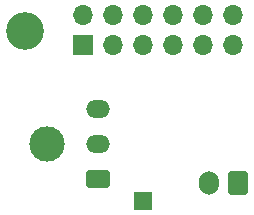
<source format=gbs>
G04 #@! TF.GenerationSoftware,KiCad,Pcbnew,7.0.10*
G04 #@! TF.CreationDate,2024-02-05T22:52:07+01:00*
G04 #@! TF.ProjectId,PowerPCB,506f7765-7250-4434-922e-6b696361645f,rev?*
G04 #@! TF.SameCoordinates,Original*
G04 #@! TF.FileFunction,Soldermask,Bot*
G04 #@! TF.FilePolarity,Negative*
%FSLAX46Y46*%
G04 Gerber Fmt 4.6, Leading zero omitted, Abs format (unit mm)*
G04 Created by KiCad (PCBNEW 7.0.10) date 2024-02-05 22:52:07*
%MOMM*%
%LPD*%
G01*
G04 APERTURE LIST*
G04 Aperture macros list*
%AMRoundRect*
0 Rectangle with rounded corners*
0 $1 Rounding radius*
0 $2 $3 $4 $5 $6 $7 $8 $9 X,Y pos of 4 corners*
0 Add a 4 corners polygon primitive as box body*
4,1,4,$2,$3,$4,$5,$6,$7,$8,$9,$2,$3,0*
0 Add four circle primitives for the rounded corners*
1,1,$1+$1,$2,$3*
1,1,$1+$1,$4,$5*
1,1,$1+$1,$6,$7*
1,1,$1+$1,$8,$9*
0 Add four rect primitives between the rounded corners*
20,1,$1+$1,$2,$3,$4,$5,0*
20,1,$1+$1,$4,$5,$6,$7,0*
20,1,$1+$1,$6,$7,$8,$9,0*
20,1,$1+$1,$8,$9,$2,$3,0*%
G04 Aperture macros list end*
%ADD10R,1.500000X1.500000*%
%ADD11C,3.200000*%
%ADD12RoundRect,0.250000X0.600000X0.750000X-0.600000X0.750000X-0.600000X-0.750000X0.600000X-0.750000X0*%
%ADD13O,1.700000X2.000000*%
%ADD14C,3.000000*%
%ADD15RoundRect,0.250001X0.759999X-0.499999X0.759999X0.499999X-0.759999X0.499999X-0.759999X-0.499999X0*%
%ADD16O,2.020000X1.500000*%
%ADD17R,1.700000X1.700000*%
%ADD18O,1.700000X1.700000*%
G04 APERTURE END LIST*
D10*
X113462000Y-61900000D03*
D11*
X103500000Y-47500000D03*
D12*
X121570000Y-60393000D03*
D13*
X119070000Y-60393000D03*
D14*
X105334000Y-57074000D03*
D15*
X109654000Y-60074000D03*
D16*
X109654000Y-57074000D03*
X109654000Y-54074000D03*
D17*
X108382000Y-48692000D03*
D18*
X108382000Y-46152000D03*
X110922000Y-48692000D03*
X110922000Y-46152000D03*
X113462000Y-48692000D03*
X113462000Y-46152000D03*
X116002000Y-48692000D03*
X116002000Y-46152000D03*
X118542000Y-48692000D03*
X118542000Y-46152000D03*
X121082000Y-48692000D03*
X121082000Y-46152000D03*
M02*

</source>
